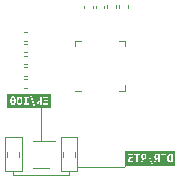
<source format=gbr>
%TF.GenerationSoftware,KiCad,Pcbnew,6.0.7+dfsg-1~bpo11+1*%
%TF.CreationDate,2022-10-12T02:23:59+00:00*%
%TF.ProjectId,0101-SERIAL-CP2102N,30313031-2d53-4455-9249-414c2d435032,V1.1*%
%TF.SameCoordinates,Original*%
%TF.FileFunction,Legend,Bot*%
%TF.FilePolarity,Positive*%
%FSLAX46Y46*%
G04 Gerber Fmt 4.6, Leading zero omitted, Abs format (unit mm)*
G04 Created by KiCad (PCBNEW 6.0.7+dfsg-1~bpo11+1) date 2022-10-12 02:23:59*
%MOMM*%
%LPD*%
G01*
G04 APERTURE LIST*
%ADD10C,0.120000*%
G04 APERTURE END LIST*
D10*
X2450000Y8250000D02*
X7150000Y8250000D01*
X1750000Y8550000D02*
X1750000Y11450000D01*
X2450000Y8550000D02*
X2450000Y8250000D01*
X12050000Y9150000D02*
X11850000Y8950000D01*
X11850000Y8950000D02*
X7850000Y8950000D01*
X4800000Y11200000D02*
X4800000Y13900000D01*
X3150000Y11450000D02*
X3150000Y8550000D01*
X6450000Y11450000D02*
X7850000Y11450000D01*
X3150000Y11450000D02*
X1750000Y11450000D01*
X7850000Y8550000D02*
X6450000Y8550000D01*
X7850000Y11450000D02*
X7850000Y8550000D01*
X6450000Y11450000D02*
X6450000Y8550000D01*
X3150000Y8550000D02*
X1750000Y8550000D01*
X7150000Y8550000D02*
X7150000Y8250000D01*
%TO.C,kibuzzard-633A4DBF*%
G36*
X15785773Y9929479D02*
G01*
X15805775Y9926701D01*
X15805775Y9464421D01*
X15793551Y9463310D01*
X15781328Y9463310D01*
X15702984Y9481090D01*
X15651867Y9529985D01*
X15624086Y9603883D01*
X15617835Y9648750D01*
X15615751Y9697784D01*
X15622419Y9784461D01*
X15645755Y9858915D01*
X15691316Y9910588D01*
X15765770Y9930035D01*
X15785773Y9929479D01*
G37*
G36*
X11926031Y10268966D02*
G01*
X16173969Y10268966D01*
X16173969Y9031034D01*
X11926031Y9031034D01*
X11926031Y9541097D01*
X12157541Y9541097D01*
X12173238Y9455392D01*
X12220327Y9391634D01*
X12269407Y9362310D01*
X12332934Y9344715D01*
X12410906Y9338850D01*
X12487860Y9343434D01*
X12547590Y9357186D01*
X12624266Y9391079D01*
X12584261Y9502204D01*
X12512586Y9468866D01*
X12466330Y9457198D01*
X12410906Y9453309D01*
X12353677Y9460532D01*
X12317561Y9480534D01*
X12299226Y9509427D01*
X12294225Y9542209D01*
X12306449Y9579991D01*
X12337564Y9609439D01*
X12379791Y9632776D01*
X12426464Y9652222D01*
X12490916Y9677781D01*
X12551479Y9714452D01*
X12596485Y9769459D01*
X12614265Y9851136D01*
X12600291Y9927812D01*
X12696497Y9927812D01*
X12877631Y9927812D01*
X12877631Y9353296D01*
X13015426Y9353296D01*
X13236565Y9353296D01*
X13379916Y9353296D01*
X13407559Y9418721D01*
X13439368Y9481646D01*
X13474511Y9543737D01*
X13512155Y9606661D01*
X13583275Y9606661D01*
X13583275Y9353296D01*
X13719959Y9353296D01*
X13719959Y10031159D01*
X13676064Y10039493D01*
X13627725Y10045049D01*
X13581052Y10047827D01*
X13542159Y10048939D01*
X13486041Y10045605D01*
X13435479Y10035604D01*
X13391029Y10018657D01*
X13353246Y9994488D01*
X13300462Y9923923D01*
X13286710Y9877390D01*
X13282126Y9823355D01*
X13288238Y9766126D01*
X13306574Y9714452D01*
X13339078Y9671392D01*
X13387695Y9639999D01*
X13347690Y9576102D01*
X13306574Y9502759D01*
X13268236Y9426083D01*
X13236565Y9353296D01*
X13015426Y9353296D01*
X13015426Y9927812D01*
X13196560Y9927812D01*
X13196560Y10041160D01*
X12696497Y10041160D01*
X12696497Y9927812D01*
X12600291Y9927812D01*
X12598569Y9937258D01*
X12551479Y10002266D01*
X12504375Y10032517D01*
X12446775Y10050667D01*
X12378680Y10056717D01*
X12319367Y10053106D01*
X12268111Y10042271D01*
X12188656Y10010045D01*
X12228661Y9904476D01*
X12290336Y9931146D01*
X12368679Y9942259D01*
X12429180Y9933492D01*
X12465481Y9907193D01*
X12477581Y9863360D01*
X12466469Y9828356D01*
X12438132Y9801686D01*
X12399238Y9781127D01*
X12356455Y9764459D01*
X12289224Y9737233D01*
X12224772Y9697228D01*
X12176432Y9634998D01*
X12162264Y9592910D01*
X12157541Y9541097D01*
X11926031Y9541097D01*
X11926031Y10130060D01*
X13832195Y10130060D01*
X14141122Y9169940D01*
X14283362Y9169940D01*
X14223941Y9353296D01*
X14347815Y9353296D01*
X14491166Y9353296D01*
X14518809Y9418721D01*
X14550618Y9481646D01*
X14585761Y9543737D01*
X14623405Y9606661D01*
X14694525Y9606661D01*
X14694525Y9353296D01*
X14831209Y9353296D01*
X14831209Y9927812D01*
X14918998Y9927812D01*
X15100131Y9927812D01*
X15100131Y9353296D01*
X15237926Y9353296D01*
X15237926Y9697784D01*
X15476845Y9697784D01*
X15482818Y9609300D01*
X15500737Y9534986D01*
X15529213Y9474006D01*
X15566856Y9425527D01*
X15613112Y9388995D01*
X15667424Y9363853D01*
X15728682Y9349268D01*
X15795774Y9344406D01*
X15867449Y9348296D01*
X15942459Y9361075D01*
X15942459Y10032270D01*
X15854670Y10045605D01*
X15777994Y10048939D01*
X15713125Y10043938D01*
X15654089Y10028936D01*
X15602277Y10003239D01*
X15559078Y9966151D01*
X15524490Y9917533D01*
X15498514Y9857248D01*
X15482262Y9784322D01*
X15476845Y9697784D01*
X15237926Y9697784D01*
X15237926Y9927812D01*
X15419060Y9927812D01*
X15419060Y10041160D01*
X14918998Y10041160D01*
X14918998Y9927812D01*
X14831209Y9927812D01*
X14831209Y10031159D01*
X14787314Y10039493D01*
X14738975Y10045049D01*
X14692303Y10047827D01*
X14653409Y10048939D01*
X14597291Y10045605D01*
X14546729Y10035604D01*
X14502279Y10018657D01*
X14464496Y9994488D01*
X14411712Y9923923D01*
X14397960Y9877390D01*
X14393376Y9823355D01*
X14399488Y9766126D01*
X14417824Y9714452D01*
X14450328Y9671392D01*
X14498945Y9639999D01*
X14458940Y9576102D01*
X14417824Y9502759D01*
X14379486Y9426083D01*
X14347815Y9353296D01*
X14223941Y9353296D01*
X13972213Y10130060D01*
X13832195Y10130060D01*
X11926031Y10130060D01*
X11926031Y10268966D01*
G37*
G36*
X13561050Y9929479D02*
G01*
X13583275Y9926701D01*
X13583275Y9720009D01*
X13553271Y9720009D01*
X13492986Y9726815D01*
X13452147Y9747234D01*
X13421032Y9824466D01*
X13429367Y9871694D01*
X13454370Y9904476D01*
X13492986Y9923645D01*
X13542159Y9930035D01*
X13561050Y9929479D01*
G37*
G36*
X14672300Y9929479D02*
G01*
X14694525Y9926701D01*
X14694525Y9720009D01*
X14664521Y9720009D01*
X14604236Y9726815D01*
X14563398Y9747234D01*
X14532283Y9824466D01*
X14540617Y9871694D01*
X14565620Y9904476D01*
X14604236Y9923645D01*
X14653409Y9930035D01*
X14672300Y9929479D01*
G37*
%TO.C,C4*%
X9160000Y22372164D02*
X9160000Y22587836D01*
X8440000Y22372164D02*
X8440000Y22587836D01*
%TO.C,R9*%
X1927500Y9762742D02*
X1927500Y10237258D01*
X2972500Y9762742D02*
X2972500Y10237258D01*
%TO.C,R4*%
X3653641Y16620000D02*
X3346359Y16620000D01*
X3653641Y17380000D02*
X3346359Y17380000D01*
%TO.C,R5*%
X3653641Y16380000D02*
X3346359Y16380000D01*
X3653641Y15620000D02*
X3346359Y15620000D01*
%TO.C,R3*%
X3346359Y19620000D02*
X3653641Y19620000D01*
X3346359Y20380000D02*
X3653641Y20380000D01*
%TO.C,Q1*%
X5500000Y8840000D02*
X4100000Y8840000D01*
X4100000Y11160000D02*
X6000000Y11160000D01*
%TO.C,C2*%
X9440000Y22372164D02*
X9440000Y22587836D01*
X10160000Y22372164D02*
X10160000Y22587836D01*
%TO.C,C1*%
X3607836Y19360000D02*
X3392164Y19360000D01*
X3607836Y18640000D02*
X3392164Y18640000D01*
%TO.C,R1*%
X11180000Y22356359D02*
X11180000Y22663641D01*
X10420000Y22356359D02*
X10420000Y22663641D01*
%TO.C,U1*%
X11435000Y15390000D02*
X11910000Y15390000D01*
X7690000Y19610000D02*
X7690000Y19135000D01*
X8165000Y15390000D02*
X7690000Y15390000D01*
X8165000Y19610000D02*
X7690000Y19610000D01*
X11910000Y19610000D02*
X11910000Y19135000D01*
X11435000Y19610000D02*
X11910000Y19610000D01*
X11910000Y15390000D02*
X11910000Y15865000D01*
%TO.C,kibuzzard-633A4E09*%
G36*
X3038794Y14768923D02*
G01*
X3071576Y14717249D01*
X3087133Y14641129D01*
X3090050Y14596123D01*
X3091022Y14547784D01*
X3090050Y14499305D01*
X3087133Y14453883D01*
X3071576Y14377762D01*
X3038794Y14326645D01*
X2982120Y14307754D01*
X2926002Y14326645D01*
X2892664Y14378318D01*
X2877107Y14454439D01*
X2874190Y14499444D01*
X2873217Y14547784D01*
X2874190Y14596262D01*
X2877107Y14641684D01*
X2892664Y14717805D01*
X2925446Y14768923D01*
X2982120Y14787814D01*
X3038794Y14768923D01*
G37*
G36*
X1956066Y15118966D02*
G01*
X5643934Y15118966D01*
X5643934Y13881034D01*
X1956066Y13881034D01*
X1956066Y14548895D01*
X2187576Y14548895D01*
X2191396Y14463607D01*
X2202856Y14389986D01*
X2221956Y14328034D01*
X2248695Y14277750D01*
X2295614Y14228361D01*
X2354881Y14198728D01*
X2426495Y14188850D01*
X2498109Y14198728D01*
X2557376Y14228361D01*
X2604295Y14277750D01*
X2631034Y14328034D01*
X2650134Y14389986D01*
X2661594Y14463607D01*
X2665364Y14547784D01*
X2734311Y14547784D01*
X2738340Y14464336D01*
X2750424Y14391792D01*
X2770566Y14330152D01*
X2798764Y14279417D01*
X2847659Y14229102D01*
X2908407Y14198913D01*
X2981009Y14188850D01*
X3055401Y14198913D01*
X3064355Y14203296D01*
X3318829Y14203296D01*
X3755550Y14203296D01*
X3755550Y14316644D01*
X3605531Y14316644D01*
X3605531Y14777812D01*
X3755550Y14777812D01*
X3755550Y14891160D01*
X3318829Y14891160D01*
X3318829Y14777812D01*
X3467736Y14777812D01*
X3467736Y14316644D01*
X3318829Y14316644D01*
X3318829Y14203296D01*
X3064355Y14203296D01*
X3117075Y14229102D01*
X3166032Y14279417D01*
X3193987Y14330152D01*
X3213955Y14391792D01*
X3225935Y14464336D01*
X3229929Y14547784D01*
X3225831Y14631232D01*
X3213538Y14703775D01*
X3193049Y14765415D01*
X3164365Y14816151D01*
X3114976Y14866466D01*
X3054228Y14896655D01*
X2982120Y14906717D01*
X2907790Y14896655D01*
X2846301Y14866466D01*
X2797652Y14816151D01*
X2769941Y14765415D01*
X2750147Y14703775D01*
X2738270Y14631232D01*
X2734311Y14547784D01*
X2665364Y14547784D01*
X2665414Y14548895D01*
X2661524Y14633211D01*
X2649856Y14706137D01*
X2630409Y14767672D01*
X2603184Y14817818D01*
X2555894Y14867206D01*
X2496998Y14896840D01*
X2426495Y14906717D01*
X2354881Y14896901D01*
X2295614Y14867453D01*
X2248695Y14818373D01*
X2221956Y14768402D01*
X2202856Y14706831D01*
X2191396Y14633663D01*
X2187576Y14548895D01*
X1956066Y14548895D01*
X1956066Y14980060D01*
X3867786Y14980060D01*
X4176714Y14019940D01*
X4318954Y14019940D01*
X4259533Y14203296D01*
X4422300Y14203296D01*
X4532314Y14203296D01*
X4564355Y14279540D01*
X4598248Y14355661D01*
X4633993Y14431658D01*
X4671590Y14507655D01*
X4711040Y14583776D01*
X4752341Y14660020D01*
X4752341Y14203296D01*
X4875690Y14203296D01*
X4971258Y14203296D01*
X5412424Y14203296D01*
X5412424Y14891160D01*
X4995705Y14891160D01*
X4995705Y14777812D01*
X5275740Y14777812D01*
X5275740Y14623349D01*
X5032376Y14623349D01*
X5032376Y14510001D01*
X5275740Y14510001D01*
X5275740Y14316644D01*
X4971258Y14316644D01*
X4971258Y14203296D01*
X4875690Y14203296D01*
X4875690Y14891160D01*
X4765676Y14891160D01*
X4734561Y14840181D01*
X4703446Y14785036D01*
X4672748Y14727945D01*
X4642883Y14671133D01*
X4614546Y14615292D01*
X4588432Y14561119D01*
X4565235Y14511112D01*
X4545649Y14467774D01*
X4545649Y14891160D01*
X4422300Y14891160D01*
X4422300Y14203296D01*
X4259533Y14203296D01*
X4007804Y14980060D01*
X3867786Y14980060D01*
X1956066Y14980060D01*
X1956066Y15118966D01*
G37*
G36*
X2340373Y14368317D02*
G01*
X2324013Y14415792D01*
X2314197Y14475985D01*
X2310925Y14548895D01*
X2311428Y14560007D01*
X2364265Y14560007D01*
X2381489Y14508334D01*
X2425384Y14486665D01*
X2470945Y14508334D01*
X2487614Y14560007D01*
X2470945Y14612236D01*
X2425384Y14634461D01*
X2381489Y14612236D01*
X2364265Y14560007D01*
X2311428Y14560007D01*
X2314197Y14621188D01*
X2324013Y14681010D01*
X2340373Y14728362D01*
X2376628Y14774618D01*
X2426495Y14790036D01*
X2475668Y14774618D01*
X2512061Y14728362D01*
X2528730Y14681010D01*
X2538731Y14621188D01*
X2542065Y14548895D01*
X2538731Y14475985D01*
X2528730Y14415792D01*
X2512061Y14368317D01*
X2475668Y14322061D01*
X2426495Y14306642D01*
X2425384Y14306986D01*
X2376628Y14322061D01*
X2340373Y14368317D01*
G37*
%TO.C,R8*%
X6627500Y10237258D02*
X6627500Y9762742D01*
X7672500Y10237258D02*
X7672500Y9762742D01*
%TO.C,C3*%
X3607836Y17640000D02*
X3392164Y17640000D01*
X3607836Y18360000D02*
X3392164Y18360000D01*
%TO.C,R2*%
X12180000Y22356359D02*
X12180000Y22663641D01*
X11420000Y22356359D02*
X11420000Y22663641D01*
%TD*%
M02*

</source>
